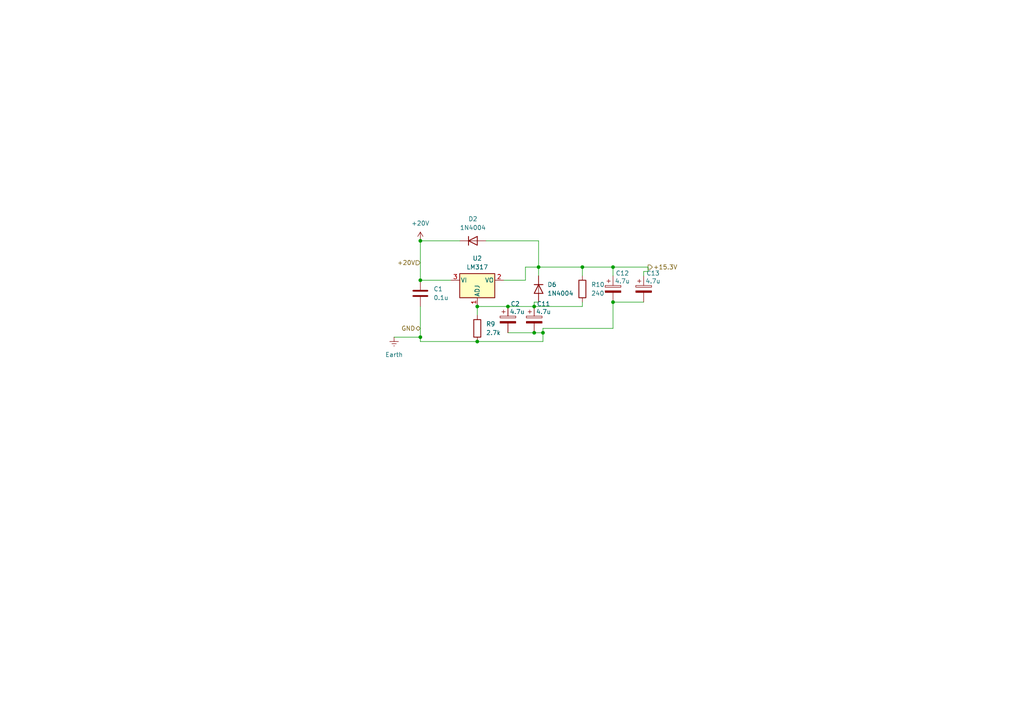
<source format=kicad_sch>
(kicad_sch
	(version 20250114)
	(generator "eeschema")
	(generator_version "9.0")
	(uuid "e109e880-cecd-45b5-a9bf-ac976222ffc3")
	(paper "A4")
	(lib_symbols
		(symbol "Device:C"
			(pin_numbers
				(hide yes)
			)
			(pin_names
				(offset 0.254)
			)
			(exclude_from_sim no)
			(in_bom yes)
			(on_board yes)
			(property "Reference" "C"
				(at 0.635 2.54 0)
				(effects
					(font
						(size 1.27 1.27)
					)
					(justify left)
				)
			)
			(property "Value" "C"
				(at 0.635 -2.54 0)
				(effects
					(font
						(size 1.27 1.27)
					)
					(justify left)
				)
			)
			(property "Footprint" ""
				(at 0.9652 -3.81 0)
				(effects
					(font
						(size 1.27 1.27)
					)
					(hide yes)
				)
			)
			(property "Datasheet" "~"
				(at 0 0 0)
				(effects
					(font
						(size 1.27 1.27)
					)
					(hide yes)
				)
			)
			(property "Description" "Unpolarized capacitor"
				(at 0 0 0)
				(effects
					(font
						(size 1.27 1.27)
					)
					(hide yes)
				)
			)
			(property "ki_keywords" "cap capacitor"
				(at 0 0 0)
				(effects
					(font
						(size 1.27 1.27)
					)
					(hide yes)
				)
			)
			(property "ki_fp_filters" "C_*"
				(at 0 0 0)
				(effects
					(font
						(size 1.27 1.27)
					)
					(hide yes)
				)
			)
			(symbol "C_0_1"
				(polyline
					(pts
						(xy -2.032 0.762) (xy 2.032 0.762)
					)
					(stroke
						(width 0.508)
						(type default)
					)
					(fill
						(type none)
					)
				)
				(polyline
					(pts
						(xy -2.032 -0.762) (xy 2.032 -0.762)
					)
					(stroke
						(width 0.508)
						(type default)
					)
					(fill
						(type none)
					)
				)
			)
			(symbol "C_1_1"
				(pin passive line
					(at 0 3.81 270)
					(length 2.794)
					(name "~"
						(effects
							(font
								(size 1.27 1.27)
							)
						)
					)
					(number "1"
						(effects
							(font
								(size 1.27 1.27)
							)
						)
					)
				)
				(pin passive line
					(at 0 -3.81 90)
					(length 2.794)
					(name "~"
						(effects
							(font
								(size 1.27 1.27)
							)
						)
					)
					(number "2"
						(effects
							(font
								(size 1.27 1.27)
							)
						)
					)
				)
			)
			(embedded_fonts no)
		)
		(symbol "Device:C_Polarized"
			(pin_numbers
				(hide yes)
			)
			(pin_names
				(offset 0.254)
			)
			(exclude_from_sim no)
			(in_bom yes)
			(on_board yes)
			(property "Reference" "C"
				(at 0.635 2.54 0)
				(effects
					(font
						(size 1.27 1.27)
					)
					(justify left)
				)
			)
			(property "Value" "C_Polarized"
				(at 0.635 -2.54 0)
				(effects
					(font
						(size 1.27 1.27)
					)
					(justify left)
				)
			)
			(property "Footprint" ""
				(at 0.9652 -3.81 0)
				(effects
					(font
						(size 1.27 1.27)
					)
					(hide yes)
				)
			)
			(property "Datasheet" "~"
				(at 0 0 0)
				(effects
					(font
						(size 1.27 1.27)
					)
					(hide yes)
				)
			)
			(property "Description" "Polarized capacitor"
				(at 0 0 0)
				(effects
					(font
						(size 1.27 1.27)
					)
					(hide yes)
				)
			)
			(property "ki_keywords" "cap capacitor"
				(at 0 0 0)
				(effects
					(font
						(size 1.27 1.27)
					)
					(hide yes)
				)
			)
			(property "ki_fp_filters" "CP_*"
				(at 0 0 0)
				(effects
					(font
						(size 1.27 1.27)
					)
					(hide yes)
				)
			)
			(symbol "C_Polarized_0_1"
				(rectangle
					(start -2.286 0.508)
					(end 2.286 1.016)
					(stroke
						(width 0)
						(type default)
					)
					(fill
						(type none)
					)
				)
				(polyline
					(pts
						(xy -1.778 2.286) (xy -0.762 2.286)
					)
					(stroke
						(width 0)
						(type default)
					)
					(fill
						(type none)
					)
				)
				(polyline
					(pts
						(xy -1.27 2.794) (xy -1.27 1.778)
					)
					(stroke
						(width 0)
						(type default)
					)
					(fill
						(type none)
					)
				)
				(rectangle
					(start 2.286 -0.508)
					(end -2.286 -1.016)
					(stroke
						(width 0)
						(type default)
					)
					(fill
						(type outline)
					)
				)
			)
			(symbol "C_Polarized_1_1"
				(pin passive line
					(at 0 3.81 270)
					(length 2.794)
					(name "~"
						(effects
							(font
								(size 1.27 1.27)
							)
						)
					)
					(number "1"
						(effects
							(font
								(size 1.27 1.27)
							)
						)
					)
				)
				(pin passive line
					(at 0 -3.81 90)
					(length 2.794)
					(name "~"
						(effects
							(font
								(size 1.27 1.27)
							)
						)
					)
					(number "2"
						(effects
							(font
								(size 1.27 1.27)
							)
						)
					)
				)
			)
			(embedded_fonts no)
		)
		(symbol "Device:R"
			(pin_numbers
				(hide yes)
			)
			(pin_names
				(offset 0)
			)
			(exclude_from_sim no)
			(in_bom yes)
			(on_board yes)
			(property "Reference" "R"
				(at 2.54 0 90)
				(effects
					(font
						(size 1.27 1.27)
					)
				)
			)
			(property "Value" "R"
				(at 0 0 90)
				(effects
					(font
						(size 1.27 1.27)
					)
				)
			)
			(property "Footprint" ""
				(at -1.778 0 90)
				(effects
					(font
						(size 1.27 1.27)
					)
					(hide yes)
				)
			)
			(property "Datasheet" "~"
				(at 0 0 0)
				(effects
					(font
						(size 1.27 1.27)
					)
					(hide yes)
				)
			)
			(property "Description" "Resistor"
				(at 5.842 2.032 0)
				(effects
					(font
						(size 1.27 1.27)
					)
					(hide yes)
				)
			)
			(property "ki_keywords" "R res resistor"
				(at 0 0 0)
				(effects
					(font
						(size 1.27 1.27)
					)
					(hide yes)
				)
			)
			(property "ki_fp_filters" "R_*"
				(at 0 0 0)
				(effects
					(font
						(size 1.27 1.27)
					)
					(hide yes)
				)
			)
			(symbol "R_0_1"
				(rectangle
					(start -1.016 -2.54)
					(end 1.016 2.54)
					(stroke
						(width 0.254)
						(type default)
					)
					(fill
						(type none)
					)
				)
			)
			(symbol "R_1_1"
				(pin passive line
					(at 0 3.81 270)
					(length 1.27)
					(name "~"
						(effects
							(font
								(size 1.27 1.27)
							)
						)
					)
					(number "1"
						(effects
							(font
								(size 1.27 1.27)
							)
						)
					)
				)
				(pin passive line
					(at 0 -3.81 90)
					(length 1.27)
					(name "~"
						(effects
							(font
								(size 1.27 1.27)
							)
						)
					)
					(number "2"
						(effects
							(font
								(size 1.27 1.27)
							)
						)
					)
				)
			)
			(embedded_fonts no)
		)
		(symbol "Diode:1N4004"
			(pin_numbers
				(hide yes)
			)
			(pin_names
				(hide yes)
			)
			(exclude_from_sim no)
			(in_bom yes)
			(on_board yes)
			(property "Reference" "D"
				(at 0 2.54 0)
				(effects
					(font
						(size 1.27 1.27)
					)
				)
			)
			(property "Value" "1N4004"
				(at 0 -2.54 0)
				(effects
					(font
						(size 1.27 1.27)
					)
				)
			)
			(property "Footprint" "Diode_THT:D_DO-41_SOD81_P10.16mm_Horizontal"
				(at 0 -4.445 0)
				(effects
					(font
						(size 1.27 1.27)
					)
					(hide yes)
				)
			)
			(property "Datasheet" "http://www.vishay.com/docs/88503/1n4001.pdf"
				(at 0 0 0)
				(effects
					(font
						(size 1.27 1.27)
					)
					(hide yes)
				)
			)
			(property "Description" "400V 1A General Purpose Rectifier Diode, DO-41"
				(at 0 0 0)
				(effects
					(font
						(size 1.27 1.27)
					)
					(hide yes)
				)
			)
			(property "Sim.Device" "D"
				(at 0 0 0)
				(effects
					(font
						(size 1.27 1.27)
					)
					(hide yes)
				)
			)
			(property "Sim.Pins" "1=K 2=A"
				(at 0 0 0)
				(effects
					(font
						(size 1.27 1.27)
					)
					(hide yes)
				)
			)
			(property "ki_keywords" "diode"
				(at 0 0 0)
				(effects
					(font
						(size 1.27 1.27)
					)
					(hide yes)
				)
			)
			(property "ki_fp_filters" "D*DO?41*"
				(at 0 0 0)
				(effects
					(font
						(size 1.27 1.27)
					)
					(hide yes)
				)
			)
			(symbol "1N4004_0_1"
				(polyline
					(pts
						(xy -1.27 1.27) (xy -1.27 -1.27)
					)
					(stroke
						(width 0.254)
						(type default)
					)
					(fill
						(type none)
					)
				)
				(polyline
					(pts
						(xy 1.27 1.27) (xy 1.27 -1.27) (xy -1.27 0) (xy 1.27 1.27)
					)
					(stroke
						(width 0.254)
						(type default)
					)
					(fill
						(type none)
					)
				)
				(polyline
					(pts
						(xy 1.27 0) (xy -1.27 0)
					)
					(stroke
						(width 0)
						(type default)
					)
					(fill
						(type none)
					)
				)
			)
			(symbol "1N4004_1_1"
				(pin passive line
					(at -3.81 0 0)
					(length 2.54)
					(name "K"
						(effects
							(font
								(size 1.27 1.27)
							)
						)
					)
					(number "1"
						(effects
							(font
								(size 1.27 1.27)
							)
						)
					)
				)
				(pin passive line
					(at 3.81 0 180)
					(length 2.54)
					(name "A"
						(effects
							(font
								(size 1.27 1.27)
							)
						)
					)
					(number "2"
						(effects
							(font
								(size 1.27 1.27)
							)
						)
					)
				)
			)
			(embedded_fonts no)
		)
		(symbol "Regulator_Linear:LM317_TO-220"
			(pin_names
				(offset 0.254)
			)
			(exclude_from_sim no)
			(in_bom yes)
			(on_board yes)
			(property "Reference" "U"
				(at -3.81 3.175 0)
				(effects
					(font
						(size 1.27 1.27)
					)
				)
			)
			(property "Value" "LM317_TO-220"
				(at 0 3.175 0)
				(effects
					(font
						(size 1.27 1.27)
					)
					(justify left)
				)
			)
			(property "Footprint" "Package_TO_SOT_THT:TO-220-3_Vertical"
				(at 0 6.35 0)
				(effects
					(font
						(size 1.27 1.27)
						(italic yes)
					)
					(hide yes)
				)
			)
			(property "Datasheet" "http://www.ti.com/lit/ds/symlink/lm317.pdf"
				(at 0 0 0)
				(effects
					(font
						(size 1.27 1.27)
					)
					(hide yes)
				)
			)
			(property "Description" "1.5A 35V Adjustable Linear Regulator, TO-220"
				(at 0 0 0)
				(effects
					(font
						(size 1.27 1.27)
					)
					(hide yes)
				)
			)
			(property "ki_keywords" "Adjustable Voltage Regulator 1A Positive"
				(at 0 0 0)
				(effects
					(font
						(size 1.27 1.27)
					)
					(hide yes)
				)
			)
			(property "ki_fp_filters" "TO?220*"
				(at 0 0 0)
				(effects
					(font
						(size 1.27 1.27)
					)
					(hide yes)
				)
			)
			(symbol "LM317_TO-220_0_1"
				(rectangle
					(start -5.08 1.905)
					(end 5.08 -5.08)
					(stroke
						(width 0.254)
						(type default)
					)
					(fill
						(type background)
					)
				)
			)
			(symbol "LM317_TO-220_1_1"
				(pin power_in line
					(at -7.62 0 0)
					(length 2.54)
					(name "VI"
						(effects
							(font
								(size 1.27 1.27)
							)
						)
					)
					(number "3"
						(effects
							(font
								(size 1.27 1.27)
							)
						)
					)
				)
				(pin input line
					(at 0 -7.62 90)
					(length 2.54)
					(name "ADJ"
						(effects
							(font
								(size 1.27 1.27)
							)
						)
					)
					(number "1"
						(effects
							(font
								(size 1.27 1.27)
							)
						)
					)
				)
				(pin power_out line
					(at 7.62 0 180)
					(length 2.54)
					(name "VO"
						(effects
							(font
								(size 1.27 1.27)
							)
						)
					)
					(number "2"
						(effects
							(font
								(size 1.27 1.27)
							)
						)
					)
				)
			)
			(embedded_fonts no)
		)
		(symbol "power:+24V"
			(power)
			(pin_numbers
				(hide yes)
			)
			(pin_names
				(offset 0)
				(hide yes)
			)
			(exclude_from_sim no)
			(in_bom yes)
			(on_board yes)
			(property "Reference" "#PWR"
				(at 0 -3.81 0)
				(effects
					(font
						(size 1.27 1.27)
					)
					(hide yes)
				)
			)
			(property "Value" "+24V"
				(at 0 3.556 0)
				(effects
					(font
						(size 1.27 1.27)
					)
				)
			)
			(property "Footprint" ""
				(at 0 0 0)
				(effects
					(font
						(size 1.27 1.27)
					)
					(hide yes)
				)
			)
			(property "Datasheet" ""
				(at 0 0 0)
				(effects
					(font
						(size 1.27 1.27)
					)
					(hide yes)
				)
			)
			(property "Description" "Power symbol creates a global label with name \"+24V\""
				(at 0 0 0)
				(effects
					(font
						(size 1.27 1.27)
					)
					(hide yes)
				)
			)
			(property "ki_keywords" "global power"
				(at 0 0 0)
				(effects
					(font
						(size 1.27 1.27)
					)
					(hide yes)
				)
			)
			(symbol "+24V_0_1"
				(polyline
					(pts
						(xy -0.762 1.27) (xy 0 2.54)
					)
					(stroke
						(width 0)
						(type default)
					)
					(fill
						(type none)
					)
				)
				(polyline
					(pts
						(xy 0 2.54) (xy 0.762 1.27)
					)
					(stroke
						(width 0)
						(type default)
					)
					(fill
						(type none)
					)
				)
				(polyline
					(pts
						(xy 0 0) (xy 0 2.54)
					)
					(stroke
						(width 0)
						(type default)
					)
					(fill
						(type none)
					)
				)
			)
			(symbol "+24V_1_1"
				(pin power_in line
					(at 0 0 90)
					(length 0)
					(name "~"
						(effects
							(font
								(size 1.27 1.27)
							)
						)
					)
					(number "1"
						(effects
							(font
								(size 1.27 1.27)
							)
						)
					)
				)
			)
			(embedded_fonts no)
		)
		(symbol "power:Earth"
			(power)
			(pin_numbers
				(hide yes)
			)
			(pin_names
				(offset 0)
				(hide yes)
			)
			(exclude_from_sim no)
			(in_bom yes)
			(on_board yes)
			(property "Reference" "#PWR"
				(at 0 -6.35 0)
				(effects
					(font
						(size 1.27 1.27)
					)
					(hide yes)
				)
			)
			(property "Value" "Earth"
				(at 0 -3.81 0)
				(effects
					(font
						(size 1.27 1.27)
					)
				)
			)
			(property "Footprint" ""
				(at 0 0 0)
				(effects
					(font
						(size 1.27 1.27)
					)
					(hide yes)
				)
			)
			(property "Datasheet" "~"
				(at 0 0 0)
				(effects
					(font
						(size 1.27 1.27)
					)
					(hide yes)
				)
			)
			(property "Description" "Power symbol creates a global label with name \"Earth\""
				(at 0 0 0)
				(effects
					(font
						(size 1.27 1.27)
					)
					(hide yes)
				)
			)
			(property "ki_keywords" "global ground gnd"
				(at 0 0 0)
				(effects
					(font
						(size 1.27 1.27)
					)
					(hide yes)
				)
			)
			(symbol "Earth_0_1"
				(polyline
					(pts
						(xy -0.635 -1.905) (xy 0.635 -1.905)
					)
					(stroke
						(width 0)
						(type default)
					)
					(fill
						(type none)
					)
				)
				(polyline
					(pts
						(xy -0.127 -2.54) (xy 0.127 -2.54)
					)
					(stroke
						(width 0)
						(type default)
					)
					(fill
						(type none)
					)
				)
				(polyline
					(pts
						(xy 0 -1.27) (xy 0 0)
					)
					(stroke
						(width 0)
						(type default)
					)
					(fill
						(type none)
					)
				)
				(polyline
					(pts
						(xy 1.27 -1.27) (xy -1.27 -1.27)
					)
					(stroke
						(width 0)
						(type default)
					)
					(fill
						(type none)
					)
				)
			)
			(symbol "Earth_1_1"
				(pin power_in line
					(at 0 0 270)
					(length 0)
					(name "~"
						(effects
							(font
								(size 1.27 1.27)
							)
						)
					)
					(number "1"
						(effects
							(font
								(size 1.27 1.27)
							)
						)
					)
				)
			)
			(embedded_fonts no)
		)
	)
	(junction
		(at 177.8 77.47)
		(diameter 0)
		(color 0 0 0 0)
		(uuid "07757c18-d61a-4551-a3b3-16a5ba5d642c")
	)
	(junction
		(at 154.94 88.9)
		(diameter 0)
		(color 0 0 0 0)
		(uuid "0b28deee-40c7-4db9-b77e-2352d4878354")
	)
	(junction
		(at 177.8 87.63)
		(diameter 0)
		(color 0 0 0 0)
		(uuid "4022eca0-b128-4247-857c-7bff90451df8")
	)
	(junction
		(at 147.32 88.9)
		(diameter 0)
		(color 0 0 0 0)
		(uuid "4942ca48-6861-4b6e-b2a7-c577aa7197e5")
	)
	(junction
		(at 121.92 81.28)
		(diameter 0)
		(color 0 0 0 0)
		(uuid "56a87c2e-5afd-455e-a611-125911132a55")
	)
	(junction
		(at 168.91 77.47)
		(diameter 0)
		(color 0 0 0 0)
		(uuid "598329d5-5e8f-4052-a311-917bb0232f00")
	)
	(junction
		(at 138.43 99.06)
		(diameter 0)
		(color 0 0 0 0)
		(uuid "68c393cb-d604-4374-9a82-9d4593071ab9")
	)
	(junction
		(at 138.43 88.9)
		(diameter 0)
		(color 0 0 0 0)
		(uuid "71963563-2af1-4659-ac8e-9b421e2ffa12")
	)
	(junction
		(at 157.48 96.52)
		(diameter 0)
		(color 0 0 0 0)
		(uuid "7a504164-c616-401c-8430-bd921a7c1302")
	)
	(junction
		(at 156.21 77.47)
		(diameter 0)
		(color 0 0 0 0)
		(uuid "7e06d47d-fce3-4eb2-aeee-aace22ceaf6a")
	)
	(junction
		(at 121.92 69.85)
		(diameter 0)
		(color 0 0 0 0)
		(uuid "81583260-00f1-4d16-b144-f4d48c51af88")
	)
	(junction
		(at 121.92 97.79)
		(diameter 0)
		(color 0 0 0 0)
		(uuid "82c46820-340c-46ca-9ff4-ff408f6ce09e")
	)
	(junction
		(at 154.94 96.52)
		(diameter 0)
		(color 0 0 0 0)
		(uuid "8c9f6127-fd0a-4982-ad86-4ba844498890")
	)
	(wire
		(pts
			(xy 187.96 77.47) (xy 187.96 78.74)
		)
		(stroke
			(width 0)
			(type default)
		)
		(uuid "0651d1fe-925d-48be-97e7-efc1376e30aa")
	)
	(wire
		(pts
			(xy 121.92 97.79) (xy 121.92 99.06)
		)
		(stroke
			(width 0)
			(type default)
		)
		(uuid "0b572ea8-8060-4c51-bf9a-d0ef0f3616d2")
	)
	(wire
		(pts
			(xy 146.05 81.28) (xy 152.4 81.28)
		)
		(stroke
			(width 0)
			(type default)
		)
		(uuid "295e5785-e047-4032-b905-24ca95948e07")
	)
	(wire
		(pts
			(xy 187.96 78.74) (xy 186.69 78.74)
		)
		(stroke
			(width 0)
			(type default)
		)
		(uuid "32e1f6fb-3401-46f7-8349-71b81736f82c")
	)
	(wire
		(pts
			(xy 114.3 97.79) (xy 121.92 97.79)
		)
		(stroke
			(width 0)
			(type default)
		)
		(uuid "4231fec7-cc1b-4d05-a101-61c6018e3045")
	)
	(wire
		(pts
			(xy 121.92 81.28) (xy 130.81 81.28)
		)
		(stroke
			(width 0)
			(type default)
		)
		(uuid "4caf3195-3490-48ee-9e72-e28064e48c61")
	)
	(wire
		(pts
			(xy 154.94 88.9) (xy 168.91 88.9)
		)
		(stroke
			(width 0)
			(type default)
		)
		(uuid "517043ba-7677-4a7f-b5d4-6934319e3b91")
	)
	(wire
		(pts
			(xy 168.91 87.63) (xy 168.91 88.9)
		)
		(stroke
			(width 0)
			(type default)
		)
		(uuid "5b2899d4-3d05-4fa2-9d78-e91d909f02ce")
	)
	(wire
		(pts
			(xy 168.91 80.01) (xy 168.91 77.47)
		)
		(stroke
			(width 0)
			(type default)
		)
		(uuid "60fe1db5-8ea8-4604-9e31-4f13f791cfb2")
	)
	(wire
		(pts
			(xy 157.48 96.52) (xy 157.48 95.25)
		)
		(stroke
			(width 0)
			(type default)
		)
		(uuid "72274dfc-5853-40af-9d1d-e29619725e55")
	)
	(wire
		(pts
			(xy 154.94 87.63) (xy 156.21 87.63)
		)
		(stroke
			(width 0)
			(type default)
		)
		(uuid "73ca02e0-2747-4b33-88d7-a87d0ac5c1e9")
	)
	(wire
		(pts
			(xy 157.48 95.25) (xy 177.8 95.25)
		)
		(stroke
			(width 0)
			(type default)
		)
		(uuid "7ec0d97a-da0e-45f6-98e6-7c81905edc19")
	)
	(wire
		(pts
			(xy 186.69 78.74) (xy 186.69 80.01)
		)
		(stroke
			(width 0)
			(type default)
		)
		(uuid "7ed40f1a-a9ea-425e-8467-d26f097849db")
	)
	(wire
		(pts
			(xy 168.91 77.47) (xy 177.8 77.47)
		)
		(stroke
			(width 0)
			(type default)
		)
		(uuid "81f7977d-eebd-4027-b447-2035ae6e0d4d")
	)
	(wire
		(pts
			(xy 152.4 77.47) (xy 156.21 77.47)
		)
		(stroke
			(width 0)
			(type default)
		)
		(uuid "85e105a4-8a73-43c9-bdeb-9bdcee7e1f01")
	)
	(wire
		(pts
			(xy 157.48 99.06) (xy 157.48 96.52)
		)
		(stroke
			(width 0)
			(type default)
		)
		(uuid "9191974f-1921-4650-a70d-86b8e71bd9ab")
	)
	(wire
		(pts
			(xy 147.32 96.52) (xy 154.94 96.52)
		)
		(stroke
			(width 0)
			(type default)
		)
		(uuid "93c1d05e-1373-4b55-9ca2-7f10d41670d5")
	)
	(wire
		(pts
			(xy 154.94 88.9) (xy 154.94 87.63)
		)
		(stroke
			(width 0)
			(type default)
		)
		(uuid "942b1539-35d1-474e-9894-46037d1bda63")
	)
	(wire
		(pts
			(xy 147.32 88.9) (xy 154.94 88.9)
		)
		(stroke
			(width 0)
			(type default)
		)
		(uuid "971d2a7e-1c2e-4549-bb13-295479f88503")
	)
	(wire
		(pts
			(xy 177.8 80.01) (xy 177.8 77.47)
		)
		(stroke
			(width 0)
			(type default)
		)
		(uuid "9935bf69-322b-464d-ac83-d5c7bfe6f33f")
	)
	(wire
		(pts
			(xy 154.94 96.52) (xy 157.48 96.52)
		)
		(stroke
			(width 0)
			(type default)
		)
		(uuid "9e2b4c5a-5ffc-43aa-90b1-3e0424e4316b")
	)
	(wire
		(pts
			(xy 121.92 99.06) (xy 138.43 99.06)
		)
		(stroke
			(width 0)
			(type default)
		)
		(uuid "a6698c1f-fc7e-4879-85c5-8618c2d2b721")
	)
	(wire
		(pts
			(xy 177.8 87.63) (xy 177.8 95.25)
		)
		(stroke
			(width 0)
			(type default)
		)
		(uuid "b2e70c14-0539-49bf-ba1f-57bc2645084c")
	)
	(wire
		(pts
			(xy 177.8 77.47) (xy 187.96 77.47)
		)
		(stroke
			(width 0)
			(type default)
		)
		(uuid "b5bfe230-9e3d-4745-b709-2786b99b9c3c")
	)
	(wire
		(pts
			(xy 121.92 88.9) (xy 121.92 97.79)
		)
		(stroke
			(width 0)
			(type default)
		)
		(uuid "b5fa4795-f762-4fad-941b-42bba311122c")
	)
	(wire
		(pts
			(xy 186.69 87.63) (xy 177.8 87.63)
		)
		(stroke
			(width 0)
			(type default)
		)
		(uuid "bb98129b-3dac-4f06-be41-c229e644e834")
	)
	(wire
		(pts
			(xy 140.97 69.85) (xy 156.21 69.85)
		)
		(stroke
			(width 0)
			(type default)
		)
		(uuid "c10a10cc-04b9-4a51-8fcd-3e855ea76fbd")
	)
	(wire
		(pts
			(xy 138.43 88.9) (xy 147.32 88.9)
		)
		(stroke
			(width 0)
			(type default)
		)
		(uuid "c7dae497-550f-4a3a-ba3e-5c8601a8b46f")
	)
	(wire
		(pts
			(xy 133.35 69.85) (xy 121.92 69.85)
		)
		(stroke
			(width 0)
			(type default)
		)
		(uuid "c9e5b4df-a349-4142-88c1-33c433b9f144")
	)
	(wire
		(pts
			(xy 156.21 69.85) (xy 156.21 77.47)
		)
		(stroke
			(width 0)
			(type default)
		)
		(uuid "cf99fcc5-b14f-4f2d-9a39-bbaab4f19c0c")
	)
	(wire
		(pts
			(xy 156.21 77.47) (xy 156.21 80.01)
		)
		(stroke
			(width 0)
			(type default)
		)
		(uuid "d2fd6993-1dc1-400e-9a04-5cf94ba0c836")
	)
	(wire
		(pts
			(xy 138.43 88.9) (xy 138.43 91.44)
		)
		(stroke
			(width 0)
			(type default)
		)
		(uuid "da98e1f5-f8a0-4ad3-ac35-f5c4df039793")
	)
	(wire
		(pts
			(xy 152.4 81.28) (xy 152.4 77.47)
		)
		(stroke
			(width 0)
			(type default)
		)
		(uuid "e1f898a4-71f9-4964-ad1e-0b9a169b2711")
	)
	(wire
		(pts
			(xy 138.43 99.06) (xy 157.48 99.06)
		)
		(stroke
			(width 0)
			(type default)
		)
		(uuid "e781c048-fa66-4b33-bb1c-933a5c47b537")
	)
	(wire
		(pts
			(xy 121.92 69.85) (xy 121.92 81.28)
		)
		(stroke
			(width 0)
			(type default)
		)
		(uuid "ed860e00-770e-4726-b7ff-0531b4d738c4")
	)
	(wire
		(pts
			(xy 168.91 77.47) (xy 156.21 77.47)
		)
		(stroke
			(width 0)
			(type default)
		)
		(uuid "efd2eb5b-e293-4711-88fd-be63895c6bec")
	)
	(hierarchical_label "+20V"
		(shape input)
		(at 121.92 76.2 180)
		(effects
			(font
				(size 1.27 1.27)
			)
			(justify right)
		)
		(uuid "27dbe759-704b-442e-9e7a-8dde6ee6e940")
	)
	(hierarchical_label "GND"
		(shape bidirectional)
		(at 121.92 95.25 180)
		(effects
			(font
				(size 1.27 1.27)
			)
			(justify right)
		)
		(uuid "7ec6b6a8-3695-45c7-84ca-b771dbd2e20d")
	)
	(hierarchical_label "+15.3V"
		(shape output)
		(at 187.96 77.47 0)
		(effects
			(font
				(size 1.27 1.27)
			)
			(justify left)
		)
		(uuid "f4883450-b6e3-4b7c-bb05-12edc7e86d9f")
	)
	(symbol
		(lib_id "Device:C")
		(at 121.92 85.09 180)
		(unit 1)
		(exclude_from_sim no)
		(in_bom yes)
		(on_board yes)
		(dnp no)
		(fields_autoplaced yes)
		(uuid "043ebe95-9075-4002-9151-ff8aac0b30f4")
		(property "Reference" "C1"
			(at 125.73 83.8199 0)
			(effects
				(font
					(size 1.27 1.27)
				)
				(justify right)
			)
		)
		(property "Value" "0.1u"
			(at 125.73 86.3599 0)
			(effects
				(font
					(size 1.27 1.27)
				)
				(justify right)
			)
		)
		(property "Footprint" "Capacitor_SMD:C_1206_3216Metric"
			(at 120.9548 81.28 0)
			(effects
				(font
					(size 1.27 1.27)
				)
				(hide yes)
			)
		)
		(property "Datasheet" "~"
			(at 121.92 85.09 0)
			(effects
				(font
					(size 1.27 1.27)
				)
				(hide yes)
			)
		)
		(property "Description" "Unpolarized capacitor"
			(at 121.92 85.09 0)
			(effects
				(font
					(size 1.27 1.27)
				)
				(hide yes)
			)
		)
		(pin "2"
			(uuid "77fe2486-d86d-40ec-8ee8-efb8ca4c53af")
		)
		(pin "1"
			(uuid "05b391de-f48d-4dbf-beda-1febcfae07a9")
		)
		(instances
			(project "Testingg"
				(path "/d079f0dd-1bb9-4c7d-8651-3665194d0900/8f383990-b3f3-48a0-b164-7821ec40d123"
					(reference "C1")
					(unit 1)
				)
			)
		)
	)
	(symbol
		(lib_id "Device:C_Polarized")
		(at 177.8 83.82 0)
		(unit 1)
		(exclude_from_sim no)
		(in_bom yes)
		(on_board yes)
		(dnp no)
		(uuid "0bb6810d-51b2-48d8-982d-8e95747d1f7e")
		(property "Reference" "C12"
			(at 178.562 79.248 0)
			(effects
				(font
					(size 1.27 1.27)
				)
				(justify left)
			)
		)
		(property "Value" "4.7u"
			(at 178.308 81.534 0)
			(effects
				(font
					(size 1.27 1.27)
				)
				(justify left)
			)
		)
		(property "Footprint" "Capacitor_THT:C_Disc_D4.7mm_W2.5mm_P5.00mm"
			(at 178.7652 87.63 0)
			(effects
				(font
					(size 1.27 1.27)
				)
				(hide yes)
			)
		)
		(property "Datasheet" "~"
			(at 177.8 83.82 0)
			(effects
				(font
					(size 1.27 1.27)
				)
				(hide yes)
			)
		)
		(property "Description" "Polarized capacitor"
			(at 177.8 83.82 0)
			(effects
				(font
					(size 1.27 1.27)
				)
				(hide yes)
			)
		)
		(pin "1"
			(uuid "b6bcc703-7fbc-4c37-aa82-67cb9fb895e1")
		)
		(pin "2"
			(uuid "62333873-8609-4cea-9653-8187f4270d66")
		)
		(instances
			(project "Testingg"
				(path "/d079f0dd-1bb9-4c7d-8651-3665194d0900/8f383990-b3f3-48a0-b164-7821ec40d123"
					(reference "C12")
					(unit 1)
				)
			)
		)
	)
	(symbol
		(lib_id "power:Earth")
		(at 114.3 97.79 0)
		(unit 1)
		(exclude_from_sim no)
		(in_bom yes)
		(on_board yes)
		(dnp no)
		(fields_autoplaced yes)
		(uuid "2d4ae6b8-d698-46f6-9ea0-1824644cd568")
		(property "Reference" "#PWR08"
			(at 114.3 104.14 0)
			(effects
				(font
					(size 1.27 1.27)
				)
				(hide yes)
			)
		)
		(property "Value" "Earth"
			(at 114.3 102.87 0)
			(effects
				(font
					(size 1.27 1.27)
				)
			)
		)
		(property "Footprint" ""
			(at 114.3 97.79 0)
			(effects
				(font
					(size 1.27 1.27)
				)
				(hide yes)
			)
		)
		(property "Datasheet" "~"
			(at 114.3 97.79 0)
			(effects
				(font
					(size 1.27 1.27)
				)
				(hide yes)
			)
		)
		(property "Description" "Power symbol creates a global label with name \"Earth\""
			(at 114.3 97.79 0)
			(effects
				(font
					(size 1.27 1.27)
				)
				(hide yes)
			)
		)
		(pin "1"
			(uuid "6dbb01f1-88ab-46bd-8895-b4fa189a71fb")
		)
		(instances
			(project "Testingg"
				(path "/d079f0dd-1bb9-4c7d-8651-3665194d0900/8f383990-b3f3-48a0-b164-7821ec40d123"
					(reference "#PWR08")
					(unit 1)
				)
			)
		)
	)
	(symbol
		(lib_id "Device:C_Polarized")
		(at 154.94 92.71 0)
		(unit 1)
		(exclude_from_sim no)
		(in_bom yes)
		(on_board yes)
		(dnp no)
		(uuid "437f36c7-d8f8-48e1-bb77-e5768fab20cf")
		(property "Reference" "C11"
			(at 155.702 88.138 0)
			(effects
				(font
					(size 1.27 1.27)
				)
				(justify left)
			)
		)
		(property "Value" "4.7u"
			(at 155.448 90.424 0)
			(effects
				(font
					(size 1.27 1.27)
				)
				(justify left)
			)
		)
		(property "Footprint" "Capacitor_THT:C_Disc_D4.7mm_W2.5mm_P5.00mm"
			(at 155.9052 96.52 0)
			(effects
				(font
					(size 1.27 1.27)
				)
				(hide yes)
			)
		)
		(property "Datasheet" "~"
			(at 154.94 92.71 0)
			(effects
				(font
					(size 1.27 1.27)
				)
				(hide yes)
			)
		)
		(property "Description" "Polarized capacitor"
			(at 154.94 92.71 0)
			(effects
				(font
					(size 1.27 1.27)
				)
				(hide yes)
			)
		)
		(pin "1"
			(uuid "122dd0cb-caa7-438e-a38d-371b2f7d02a8")
		)
		(pin "2"
			(uuid "526f2bdd-e47b-4aa4-8466-053fe6d4901c")
		)
		(instances
			(project "Testingg"
				(path "/d079f0dd-1bb9-4c7d-8651-3665194d0900/8f383990-b3f3-48a0-b164-7821ec40d123"
					(reference "C11")
					(unit 1)
				)
			)
		)
	)
	(symbol
		(lib_id "Device:C_Polarized")
		(at 186.69 83.82 0)
		(unit 1)
		(exclude_from_sim no)
		(in_bom yes)
		(on_board yes)
		(dnp no)
		(uuid "5c4d6db2-17ac-43e2-bc39-e34cb2d4f82d")
		(property "Reference" "C13"
			(at 187.452 79.248 0)
			(effects
				(font
					(size 1.27 1.27)
				)
				(justify left)
			)
		)
		(property "Value" "4.7u"
			(at 187.198 81.534 0)
			(effects
				(font
					(size 1.27 1.27)
				)
				(justify left)
			)
		)
		(property "Footprint" "Capacitor_THT:C_Disc_D4.7mm_W2.5mm_P5.00mm"
			(at 187.6552 87.63 0)
			(effects
				(font
					(size 1.27 1.27)
				)
				(hide yes)
			)
		)
		(property "Datasheet" "~"
			(at 186.69 83.82 0)
			(effects
				(font
					(size 1.27 1.27)
				)
				(hide yes)
			)
		)
		(property "Description" "Polarized capacitor"
			(at 186.69 83.82 0)
			(effects
				(font
					(size 1.27 1.27)
				)
				(hide yes)
			)
		)
		(pin "1"
			(uuid "4ccdef85-aec8-4aa4-a197-67a54b6ea8df")
		)
		(pin "2"
			(uuid "f676586f-bcf5-4ba3-89e9-93c5436864e9")
		)
		(instances
			(project "Testingg"
				(path "/d079f0dd-1bb9-4c7d-8651-3665194d0900/8f383990-b3f3-48a0-b164-7821ec40d123"
					(reference "C13")
					(unit 1)
				)
			)
		)
	)
	(symbol
		(lib_id "Device:C_Polarized")
		(at 147.32 92.71 0)
		(unit 1)
		(exclude_from_sim no)
		(in_bom yes)
		(on_board yes)
		(dnp no)
		(uuid "705cc858-590a-4525-8b2f-64524556fa01")
		(property "Reference" "C2"
			(at 148.082 88.138 0)
			(effects
				(font
					(size 1.27 1.27)
				)
				(justify left)
			)
		)
		(property "Value" "4.7u"
			(at 147.828 90.424 0)
			(effects
				(font
					(size 1.27 1.27)
				)
				(justify left)
			)
		)
		(property "Footprint" "Capacitor_THT:C_Disc_D4.7mm_W2.5mm_P5.00mm"
			(at 148.2852 96.52 0)
			(effects
				(font
					(size 1.27 1.27)
				)
				(hide yes)
			)
		)
		(property "Datasheet" "~"
			(at 147.32 92.71 0)
			(effects
				(font
					(size 1.27 1.27)
				)
				(hide yes)
			)
		)
		(property "Description" "Polarized capacitor"
			(at 147.32 92.71 0)
			(effects
				(font
					(size 1.27 1.27)
				)
				(hide yes)
			)
		)
		(pin "1"
			(uuid "7ab9c7f7-3375-4a36-a37c-049aa37cf81a")
		)
		(pin "2"
			(uuid "cb207acb-f29e-49b4-811c-2a1d7d985b15")
		)
		(instances
			(project "Testingg"
				(path "/d079f0dd-1bb9-4c7d-8651-3665194d0900/8f383990-b3f3-48a0-b164-7821ec40d123"
					(reference "C2")
					(unit 1)
				)
			)
		)
	)
	(symbol
		(lib_id "power:+24V")
		(at 121.92 69.85 0)
		(unit 1)
		(exclude_from_sim no)
		(in_bom yes)
		(on_board yes)
		(dnp no)
		(fields_autoplaced yes)
		(uuid "d21dd40c-1bd3-4dd1-9eac-1d8a5e5e2854")
		(property "Reference" "#PWR09"
			(at 121.92 73.66 0)
			(effects
				(font
					(size 1.27 1.27)
				)
				(hide yes)
			)
		)
		(property "Value" "+20V"
			(at 121.92 64.77 0)
			(effects
				(font
					(size 1.27 1.27)
				)
			)
		)
		(property "Footprint" ""
			(at 121.92 69.85 0)
			(effects
				(font
					(size 1.27 1.27)
				)
				(hide yes)
			)
		)
		(property "Datasheet" ""
			(at 121.92 69.85 0)
			(effects
				(font
					(size 1.27 1.27)
				)
				(hide yes)
			)
		)
		(property "Description" "Power symbol creates a global label with name \"+20V\""
			(at 121.92 69.85 0)
			(effects
				(font
					(size 1.27 1.27)
				)
				(hide yes)
			)
		)
		(pin "1"
			(uuid "437bde4b-1cc4-4ed1-8e6c-76135c0d37f0")
		)
		(instances
			(project "Testingg"
				(path "/d079f0dd-1bb9-4c7d-8651-3665194d0900/8f383990-b3f3-48a0-b164-7821ec40d123"
					(reference "#PWR09")
					(unit 1)
				)
			)
		)
	)
	(symbol
		(lib_id "Regulator_Linear:LM317_TO-220")
		(at 138.43 81.28 0)
		(unit 1)
		(exclude_from_sim no)
		(in_bom yes)
		(on_board yes)
		(dnp no)
		(fields_autoplaced yes)
		(uuid "d5f61523-cfb7-4174-88cf-3c28c6c98ff1")
		(property "Reference" "U2"
			(at 138.43 74.93 0)
			(effects
				(font
					(size 1.27 1.27)
				)
			)
		)
		(property "Value" "LM317"
			(at 138.43 77.47 0)
			(effects
				(font
					(size 1.27 1.27)
				)
			)
		)
		(property "Footprint" "Package_TO_SOT_THT:TO-220-3_Vertical"
			(at 138.43 74.93 0)
			(effects
				(font
					(size 1.27 1.27)
					(italic yes)
				)
				(hide yes)
			)
		)
		(property "Datasheet" "http://www.ti.com/lit/ds/symlink/lm317.pdf"
			(at 138.43 81.28 0)
			(effects
				(font
					(size 1.27 1.27)
				)
				(hide yes)
			)
		)
		(property "Description" "1.5A 35V Adjustable Linear Regulator, TO-220"
			(at 138.43 81.28 0)
			(effects
				(font
					(size 1.27 1.27)
				)
				(hide yes)
			)
		)
		(pin "3"
			(uuid "970f490b-e3d1-47c7-9fa4-7555af25448b")
		)
		(pin "1"
			(uuid "8278e7c8-95bc-41e9-bcfb-250488197f25")
		)
		(pin "2"
			(uuid "ff1fe0bf-ba6d-49d5-9be3-8919662f65f3")
		)
		(instances
			(project "Testingg"
				(path "/d079f0dd-1bb9-4c7d-8651-3665194d0900/8f383990-b3f3-48a0-b164-7821ec40d123"
					(reference "U2")
					(unit 1)
				)
			)
		)
	)
	(symbol
		(lib_id "Diode:1N4004")
		(at 137.16 69.85 0)
		(unit 1)
		(exclude_from_sim no)
		(in_bom yes)
		(on_board yes)
		(dnp no)
		(fields_autoplaced yes)
		(uuid "dc8df9d2-40bf-4bdb-852d-4095d8408030")
		(property "Reference" "D2"
			(at 137.16 63.5 0)
			(effects
				(font
					(size 1.27 1.27)
				)
			)
		)
		(property "Value" "1N4004"
			(at 137.16 66.04 0)
			(effects
				(font
					(size 1.27 1.27)
				)
			)
		)
		(property "Footprint" "Diode_THT:D_DO-41_SOD81_P10.16mm_Horizontal"
			(at 137.16 74.295 0)
			(effects
				(font
					(size 1.27 1.27)
				)
				(hide yes)
			)
		)
		(property "Datasheet" "http://www.vishay.com/docs/88503/1n4001.pdf"
			(at 137.16 69.85 0)
			(effects
				(font
					(size 1.27 1.27)
				)
				(hide yes)
			)
		)
		(property "Description" "400V 1A General Purpose Rectifier Diode, DO-41"
			(at 137.16 69.85 0)
			(effects
				(font
					(size 1.27 1.27)
				)
				(hide yes)
			)
		)
		(property "Sim.Device" "D"
			(at 137.16 69.85 0)
			(effects
				(font
					(size 1.27 1.27)
				)
				(hide yes)
			)
		)
		(property "Sim.Pins" "1=K 2=A"
			(at 137.16 69.85 0)
			(effects
				(font
					(size 1.27 1.27)
				)
				(hide yes)
			)
		)
		(pin "2"
			(uuid "e5cac1b5-fcf4-41c6-a84c-62972bf8cd5d")
		)
		(pin "1"
			(uuid "a74a7792-b19d-4692-968c-69f5e0c85a7d")
		)
		(instances
			(project "Testingg"
				(path "/d079f0dd-1bb9-4c7d-8651-3665194d0900/8f383990-b3f3-48a0-b164-7821ec40d123"
					(reference "D2")
					(unit 1)
				)
			)
		)
	)
	(symbol
		(lib_id "Diode:1N4004")
		(at 156.21 83.82 270)
		(unit 1)
		(exclude_from_sim no)
		(in_bom yes)
		(on_board yes)
		(dnp no)
		(fields_autoplaced yes)
		(uuid "e0e0ec39-fa04-41f2-b2db-8e22570b26ab")
		(property "Reference" "D6"
			(at 158.75 82.5499 90)
			(effects
				(font
					(size 1.27 1.27)
				)
				(justify left)
			)
		)
		(property "Value" "1N4004"
			(at 158.75 85.0899 90)
			(effects
				(font
					(size 1.27 1.27)
				)
				(justify left)
			)
		)
		(property "Footprint" "Diode_THT:D_DO-41_SOD81_P10.16mm_Horizontal"
			(at 151.765 83.82 0)
			(effects
				(font
					(size 1.27 1.27)
				)
				(hide yes)
			)
		)
		(property "Datasheet" "http://www.vishay.com/docs/88503/1n4001.pdf"
			(at 156.21 83.82 0)
			(effects
				(font
					(size 1.27 1.27)
				)
				(hide yes)
			)
		)
		(property "Description" "400V 1A General Purpose Rectifier Diode, DO-41"
			(at 156.21 83.82 0)
			(effects
				(font
					(size 1.27 1.27)
				)
				(hide yes)
			)
		)
		(property "Sim.Device" "D"
			(at 156.21 83.82 0)
			(effects
				(font
					(size 1.27 1.27)
				)
				(hide yes)
			)
		)
		(property "Sim.Pins" "1=K 2=A"
			(at 156.21 83.82 0)
			(effects
				(font
					(size 1.27 1.27)
				)
				(hide yes)
			)
		)
		(pin "2"
			(uuid "0a41cfc9-70a8-4262-a516-910ae2eb4221")
		)
		(pin "1"
			(uuid "fd43c611-22a5-449b-9648-7c5269598ba3")
		)
		(instances
			(project "Testingg"
				(path "/d079f0dd-1bb9-4c7d-8651-3665194d0900/8f383990-b3f3-48a0-b164-7821ec40d123"
					(reference "D6")
					(unit 1)
				)
			)
		)
	)
	(symbol
		(lib_id "Device:R")
		(at 168.91 83.82 0)
		(unit 1)
		(exclude_from_sim no)
		(in_bom yes)
		(on_board yes)
		(dnp no)
		(fields_autoplaced yes)
		(uuid "f268eff3-8d70-47bf-944f-2a457fe2eb25")
		(property "Reference" "R10"
			(at 171.45 82.5499 0)
			(effects
				(font
					(size 1.27 1.27)
				)
				(justify left)
			)
		)
		(property "Value" "240"
			(at 171.45 85.0899 0)
			(effects
				(font
					(size 1.27 1.27)
				)
				(justify left)
			)
		)
		(property "Footprint" "Resistor_SMD:R_1206_3216Metric"
			(at 167.132 83.82 90)
			(effects
				(font
					(size 1.27 1.27)
				)
				(hide yes)
			)
		)
		(property "Datasheet" "~"
			(at 168.91 83.82 0)
			(effects
				(font
					(size 1.27 1.27)
				)
				(hide yes)
			)
		)
		(property "Description" "Resistor"
			(at 174.752 81.788 0)
			(effects
				(font
					(size 1.27 1.27)
				)
				(hide yes)
			)
		)
		(pin "1"
			(uuid "5370bf52-fb4d-45f3-81f3-109204cd37df")
		)
		(pin "2"
			(uuid "142d1569-cb76-4ef5-a442-3f22e0b82387")
		)
		(instances
			(project "Testingg"
				(path "/d079f0dd-1bb9-4c7d-8651-3665194d0900/8f383990-b3f3-48a0-b164-7821ec40d123"
					(reference "R10")
					(unit 1)
				)
			)
		)
	)
	(symbol
		(lib_id "Device:R")
		(at 138.43 95.25 0)
		(unit 1)
		(exclude_from_sim no)
		(in_bom yes)
		(on_board yes)
		(dnp no)
		(fields_autoplaced yes)
		(uuid "f2e189ad-b652-4fe9-9cc2-d48b31e1496e")
		(property "Reference" "R9"
			(at 140.97 93.9799 0)
			(effects
				(font
					(size 1.27 1.27)
				)
				(justify left)
			)
		)
		(property "Value" "2.7k"
			(at 140.97 96.5199 0)
			(effects
				(font
					(size 1.27 1.27)
				)
				(justify left)
			)
		)
		(property "Footprint" "Resistor_THT:R_Axial_DIN0207_L6.3mm_D2.5mm_P10.16mm_Horizontal"
			(at 136.652 95.25 90)
			(effects
				(font
					(size 1.27 1.27)
				)
				(hide yes)
			)
		)
		(property "Datasheet" "~"
			(at 138.43 95.25 0)
			(effects
				(font
					(size 1.27 1.27)
				)
				(hide yes)
			)
		)
		(property "Description" "Resistor"
			(at 144.272 93.218 0)
			(effects
				(font
					(size 1.27 1.27)
				)
				(hide yes)
			)
		)
		(pin "1"
			(uuid "9b8f9585-a884-4bea-b0a8-29dac6ca3b6a")
		)
		(pin "2"
			(uuid "59943e58-f32c-4307-bd5c-2f6fd3a9b39e")
		)
		(instances
			(project "Testingg"
				(path "/d079f0dd-1bb9-4c7d-8651-3665194d0900/8f383990-b3f3-48a0-b164-7821ec40d123"
					(reference "R9")
					(unit 1)
				)
			)
		)
	)
)

</source>
